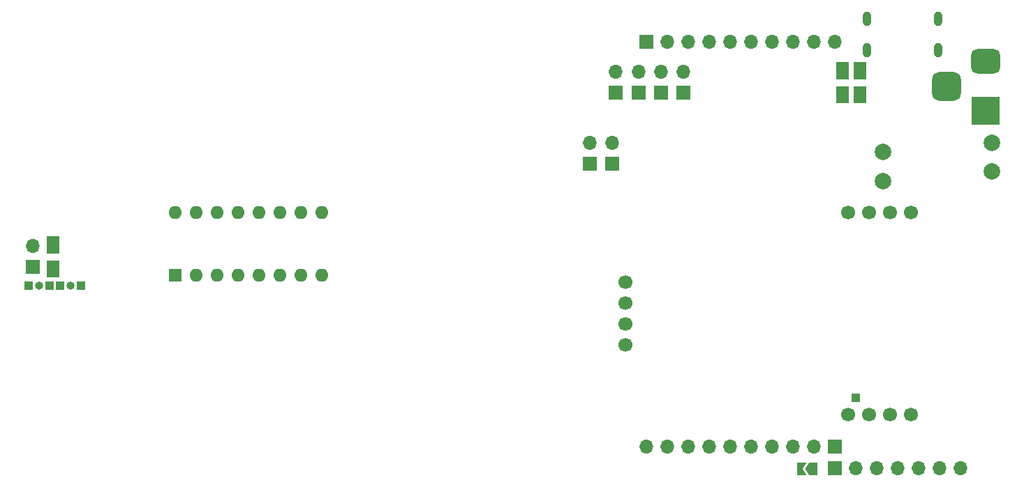
<source format=gbs>
G04 #@! TF.GenerationSoftware,KiCad,Pcbnew,(6.0.5-0)*
G04 #@! TF.CreationDate,2022-10-09T22:32:15+09:00*
G04 #@! TF.ProjectId,qLAMP-main,714c414d-502d-46d6-9169-6e2e6b696361,rev?*
G04 #@! TF.SameCoordinates,Original*
G04 #@! TF.FileFunction,Soldermask,Bot*
G04 #@! TF.FilePolarity,Negative*
%FSLAX46Y46*%
G04 Gerber Fmt 4.6, Leading zero omitted, Abs format (unit mm)*
G04 Created by KiCad (PCBNEW (6.0.5-0)) date 2022-10-09 22:32:15*
%MOMM*%
%LPD*%
G01*
G04 APERTURE LIST*
G04 Aperture macros list*
%AMRoundRect*
0 Rectangle with rounded corners*
0 $1 Rounding radius*
0 $2 $3 $4 $5 $6 $7 $8 $9 X,Y pos of 4 corners*
0 Add a 4 corners polygon primitive as box body*
4,1,4,$2,$3,$4,$5,$6,$7,$8,$9,$2,$3,0*
0 Add four circle primitives for the rounded corners*
1,1,$1+$1,$2,$3*
1,1,$1+$1,$4,$5*
1,1,$1+$1,$6,$7*
1,1,$1+$1,$8,$9*
0 Add four rect primitives between the rounded corners*
20,1,$1+$1,$2,$3,$4,$5,0*
20,1,$1+$1,$4,$5,$6,$7,0*
20,1,$1+$1,$6,$7,$8,$9,0*
20,1,$1+$1,$8,$9,$2,$3,0*%
%AMFreePoly0*
4,1,6,1.000000,0.000000,0.500000,-0.750000,-0.500000,-0.750000,-0.500000,0.750000,0.500000,0.750000,1.000000,0.000000,1.000000,0.000000,$1*%
%AMFreePoly1*
4,1,6,0.500000,-0.750000,-0.650000,-0.750000,-0.150000,0.000000,-0.650000,0.750000,0.500000,0.750000,0.500000,-0.750000,0.500000,-0.750000,$1*%
G04 Aperture macros list end*
%ADD10C,2.000000*%
%ADD11R,1.700000X1.700000*%
%ADD12O,1.700000X1.700000*%
%ADD13R,3.500000X3.500000*%
%ADD14RoundRect,0.750000X-1.000000X0.750000X-1.000000X-0.750000X1.000000X-0.750000X1.000000X0.750000X0*%
%ADD15RoundRect,0.875000X-0.875000X0.875000X-0.875000X-0.875000X0.875000X-0.875000X0.875000X0.875000X0*%
%ADD16C,1.700000*%
%ADD17O,1.000000X1.800000*%
%ADD18R,1.600000X1.600000*%
%ADD19O,1.600000X1.600000*%
%ADD20R,1.000000X1.000000*%
%ADD21R,1.500000X1.500000*%
%ADD22FreePoly0,270.000000*%
%ADD23FreePoly0,90.000000*%
%ADD24FreePoly0,180.000000*%
%ADD25FreePoly1,180.000000*%
%ADD26O,1.000000X1.000000*%
G04 APERTURE END LIST*
D10*
X205069999Y-89680009D03*
X205069999Y-93180009D03*
X191850010Y-90799996D03*
X191850010Y-94299996D03*
D11*
X156300000Y-92185000D03*
D12*
X156300000Y-89645000D03*
D11*
X167669979Y-83629999D03*
D12*
X167669979Y-81089999D03*
D11*
X159479978Y-83629999D03*
D12*
X159479978Y-81089999D03*
D11*
X162210000Y-83630000D03*
D12*
X162210000Y-81090000D03*
D11*
X164939987Y-83629999D03*
D12*
X164939987Y-81089999D03*
D11*
X159030010Y-92185007D03*
D12*
X159030010Y-89645007D03*
D13*
X204295781Y-85809811D03*
D14*
X204295781Y-79809811D03*
D15*
X199595781Y-82809811D03*
D16*
X187611004Y-98175013D03*
X190151003Y-98175006D03*
X192691003Y-98175006D03*
X195231003Y-98175006D03*
X187611003Y-122675006D03*
X190151003Y-122675006D03*
X192691003Y-122675006D03*
X195231003Y-122675006D03*
X160611003Y-106615006D03*
X160611003Y-109155006D03*
X160611003Y-111695006D03*
X160611003Y-114235006D03*
D17*
X198608290Y-78419782D03*
X198608290Y-74619782D03*
X189968290Y-78419782D03*
X189968290Y-74619782D03*
D11*
X186001000Y-126628000D03*
D12*
X183461000Y-126628000D03*
X180921000Y-126628000D03*
X178381000Y-126628000D03*
X175841000Y-126628000D03*
X173301000Y-126628000D03*
X170761000Y-126628000D03*
X168221000Y-126628000D03*
X165681000Y-126628000D03*
X163141000Y-126628000D03*
D11*
X186001000Y-129199996D03*
D12*
X188541000Y-129199996D03*
X191081000Y-129199996D03*
X193621000Y-129199996D03*
X196161000Y-129199996D03*
X198701000Y-129199996D03*
X201241000Y-129199996D03*
D11*
X163141000Y-77372000D03*
D12*
X165681000Y-77372000D03*
X168221000Y-77372000D03*
X170761000Y-77372000D03*
X173301000Y-77372000D03*
X175841000Y-77372000D03*
X178381000Y-77372000D03*
X180921000Y-77372000D03*
X183461000Y-77372000D03*
X186001000Y-77372000D03*
D18*
X106029989Y-105809999D03*
D19*
X108569989Y-105809999D03*
X111109989Y-105809999D03*
X113649989Y-105809999D03*
X116189989Y-105809999D03*
X118729989Y-105809999D03*
X121269989Y-105809999D03*
X123809989Y-105809999D03*
X123809989Y-98189999D03*
X121269989Y-98189999D03*
X118729989Y-98189999D03*
X116189989Y-98189999D03*
X113649989Y-98189999D03*
X111109989Y-98189999D03*
X108569989Y-98189999D03*
X106029989Y-98189999D03*
D11*
X88719990Y-104785008D03*
D12*
X88719990Y-102245008D03*
D20*
X88240000Y-107050000D03*
X94590006Y-107050002D03*
D21*
X91240013Y-104755994D03*
X91240013Y-102355994D03*
D22*
X91240013Y-101555994D03*
D23*
X91240013Y-105555994D03*
D24*
X183415000Y-129350000D03*
D25*
X181965000Y-129350000D03*
D21*
X186957487Y-81190005D03*
X186957487Y-83590005D03*
D23*
X186957487Y-84390005D03*
D22*
X186957487Y-80390005D03*
D20*
X188560000Y-120700000D03*
X90780000Y-107050000D03*
D26*
X89510000Y-107050000D03*
D20*
X92050000Y-107050000D03*
D26*
X93320000Y-107050000D03*
D21*
X189100003Y-83590005D03*
X189100003Y-81190005D03*
D23*
X189100003Y-84390005D03*
D22*
X189100003Y-80390005D03*
M02*

</source>
